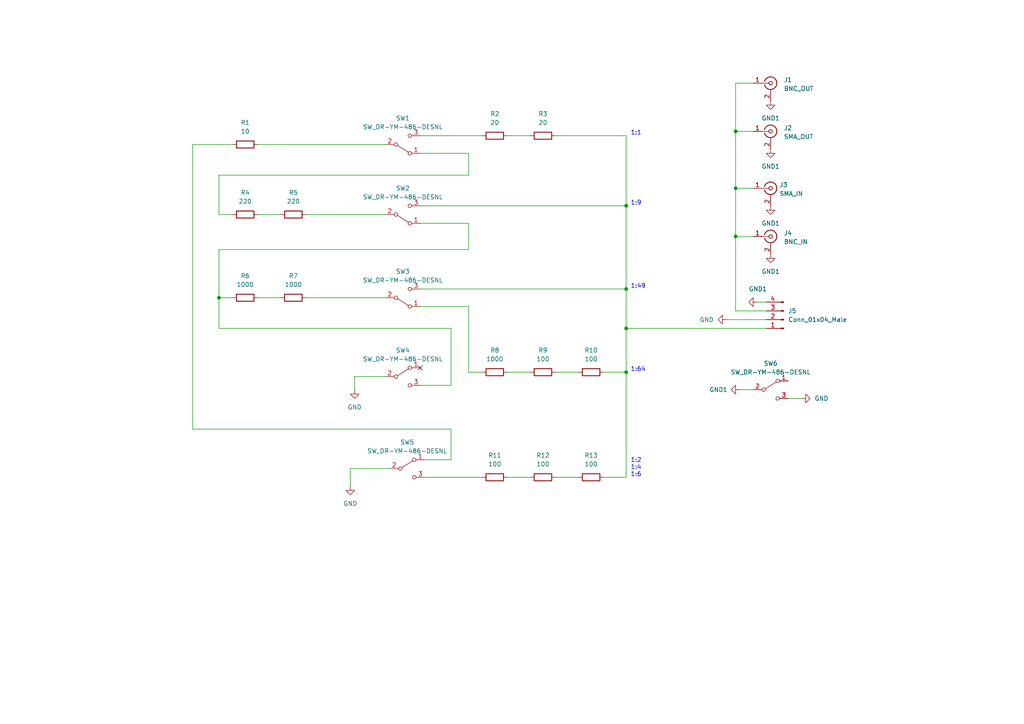
<source format=kicad_sch>
(kicad_sch (version 20211123) (generator eeschema)
  (paper "A4")
  (title_block (title "Balun Unun Tester") (date "2023-08-13") (rev "v2"))
  (lib_symbols
    (symbol "Connector:Conn_01x04_Male" (pin_names (offset 1.016) hide)
      (property "Reference" "J" (at 0 5.08 0))
      (property "Value" "Conn_01x04_Male" (at 0 -7.62 0))
      (symbol "Conn_01x04_Male_1_1"
        (polyline (pts (xy 1.27 -5.08) (xy 0.8636 -5.08)) (stroke (width 0.1524)))
        (polyline (pts (xy 1.27 -2.54) (xy 0.8636 -2.54)) (stroke (width 0.1524)))
        (polyline (pts (xy 1.27 0) (xy 0.8636 0)) (stroke (width 0.1524)))
        (polyline (pts (xy 1.27 2.54) (xy 0.8636 2.54)) (stroke (width 0.1524)))
        (rectangle (start 0.8636 -4.953) (end 0 -5.207) (stroke (width 0.1524)) (fill (type outline)))
        (rectangle (start 0.8636 -2.413) (end 0 -2.667) (stroke (width 0.1524)) (fill (type outline)))
        (rectangle (start 0.8636 0.127) (end 0 -0.127) (stroke (width 0.1524)) (fill (type outline)))
        (rectangle (start 0.8636 2.667) (end 0 2.413) (stroke (width 0.1524)) (fill (type outline)))
        (pin passive line (at 5.08 2.54 180) (length 3.81) (name "Pin_1") (number "1"))
        (pin passive line (at 5.08 0 180) (length 3.81) (name "Pin_2") (number "2"))
        (pin passive line (at 5.08 -2.54 180) (length 3.81) (name "Pin_3") (number "3"))
        (pin passive line (at 5.08 -5.08 180) (length 3.81) (name "Pin_4") (number "4"))
      )
    )
    (symbol "Connector:Conn_Coaxial" (pin_names (offset 1.016) hide)
      (property "Reference" "J" (at 0.254 3.048 0))
      (property "Value" "Conn_Coaxial" (at 2.921 0 90))
      (symbol "Conn_Coaxial_0_1"
        (arc (start -1.778 -0.508) (mid 0.222 -1.808) (end 1.778 0) (stroke (width 0.254)))
        (polyline (pts (xy -2.54 0) (xy -0.508 0)))
        (polyline (pts (xy 0 -2.54) (xy 0 -1.778)))
        (circle (center 0 0) (radius 0.508) (stroke (width 0.2032)))
        (arc (start 1.778 0) (mid 0.222 1.8083) (end -1.778 0.508) (stroke (width 0.254)))
      )
      (symbol "Conn_Coaxial_1_1"
        (pin passive line (at -5.08 0 0) (length 2.54) (name "In") (number "1"))
        (pin passive line (at 0 -5.08 90) (length 2.54) (name "Ext") (number "2"))
      )
    )
    (symbol "Device:R" (pin_numbers hide) (pin_names (offset 0))
      (property "Reference" "R" (at 2.032 0 90))
      (property "Value" "R" (at 0 0 90))
      (symbol "R_0_1"
        (rectangle (start -1.016 -2.54) (end 1.016 2.54) (stroke (width 0.254)))
      )
      (symbol "R_1_1"
        (pin passive line (at 0 3.81 270) (length 1.27) (name "~") (number "1"))
        (pin passive line (at 0 -3.81 90) (length 1.27) (name "~") (number "2"))
      )
    )
    (symbol "SW_DR-YM-486-DESNL_1" (pin_names (offset 0) hide)
      (property "Reference" "SW" (at 0 4.318 0))
      (property "Value" "SW_DR-YM-486-DESNL_1" (at 0 -5.08 0))
      (symbol "SW_DR-YM-486-DESNL_1_0_0"
        (circle (center -2.032 0) (radius 0.508))
        (circle (center 2.032 -2.54) (radius 0.508))
      )
      (symbol "SW_DR-YM-486-DESNL_1_0_1"
        (polyline (pts (xy -1.524 0.254) (xy 1.651 2.286)))
        (circle (center 2.032 2.54) (radius 0.508))
      )
      (symbol "SW_DR-YM-486-DESNL_1_1_1"
        (pin passive line (at 5.08 2.54 180) (length 2.54) (name "A") (number "1"))
        (pin passive line (at -5.08 0 0) (length 2.54) (name "B") (number "2"))
        (pin passive line (at 5.08 -2.54 180) (length 2.54) (name "C") (number "3"))
      )
    )
    (symbol "power:GND" (power) (pin_names (offset 0))
      (property "Value" "GND" (at 0 -3.81 0))
      (symbol "GND_0_1"
        (polyline (pts (xy 0 0) (xy 0 -1.27) (xy 1.27 -1.27) (xy 0 -2.54) (xy -1.27 -1.27) (xy 0 -1.27)))
      )
      (symbol "GND_1_1"
        (pin power_in line (at 0 0 270) (length 0) hide (name "GND") (number "1"))
      )
    )
    (symbol "power:GND1" (power) (pin_names (offset 0))
      (property "Value" "GND1" (at 0 -3.81 0))
      (symbol "GND1_0_1"
        (polyline (pts (xy 0 0) (xy 0 -1.27) (xy 1.27 -1.27) (xy 0 -2.54) (xy -1.27 -1.27) (xy 0 -1.27)))
      )
      (symbol "GND1_1_1"
        (pin power_in line (at 0 0 270) (length 0) hide (name "GND1") (number "1"))
      )
    )
  )
  (junction (at 213.36 68.58))
  (junction (at 63.5 86.36))
  (junction (at 181.61 107.95))
  (junction (at 213.36 54.61))
  (junction (at 181.61 59.69))
  (junction (at 181.61 83.82))
  (junction (at 213.36 38.1))
  (junction (at 181.61 95.25))
  (no_connect (at 121.92 106.68))
  (wire (pts (xy 135.89 64.77) (xy 135.89 72.39)))
  (wire (pts (xy 121.92 88.9) (xy 135.89 88.9)))
  (wire (pts (xy 181.61 39.37) (xy 161.29 39.37)))
  (wire (pts (xy 101.6 140.97) (xy 101.6 135.89)))
  (wire (pts (xy 135.89 44.45) (xy 121.92 44.45)))
  (wire (pts (xy 218.44 68.58) (xy 213.36 68.58)))
  (wire (pts (xy 147.32 39.37) (xy 153.67 39.37)))
  (wire (pts (xy 63.5 72.39) (xy 63.5 86.36)))
  (wire (pts (xy 181.61 39.37) (xy 181.61 59.69)))
  (wire (pts (xy 135.89 72.39) (xy 63.5 72.39)))
  (wire (pts (xy 219.71 87.63) (xy 222.25 87.63)))
  (wire (pts (xy 130.81 111.76) (xy 130.81 95.25)))
  (wire (pts (xy 130.81 133.35) (xy 130.81 124.46)))
  (wire (pts (xy 228.6 115.57) (xy 232.41 115.57)))
  (wire (pts (xy 67.31 62.23) (xy 63.5 62.23)))
  (wire (pts (xy 111.76 109.22) (xy 102.87 109.22)))
  (wire (pts (xy 121.92 59.69) (xy 181.61 59.69)))
  (wire (pts (xy 63.5 62.23) (xy 63.5 50.8)))
  (wire (pts (xy 123.19 138.43) (xy 139.7 138.43)))
  (wire (pts (xy 63.5 86.36) (xy 63.5 95.25)))
  (wire (pts (xy 63.5 50.8) (xy 135.89 50.8)))
  (wire (pts (xy 135.89 50.8) (xy 135.89 44.45)))
  (wire (pts (xy 181.61 95.25) (xy 222.25 95.25)))
  (wire (pts (xy 55.88 41.91) (xy 55.88 124.46)))
  (wire (pts (xy 222.25 90.17) (xy 213.36 90.17)))
  (wire (pts (xy 135.89 107.95) (xy 139.7 107.95)))
  (wire (pts (xy 181.61 95.25) (xy 181.61 107.95)))
  (wire (pts (xy 161.29 138.43) (xy 167.64 138.43)))
  (wire (pts (xy 121.92 64.77) (xy 135.89 64.77)))
  (wire (pts (xy 130.81 95.25) (xy 63.5 95.25)))
  (wire (pts (xy 213.36 54.61) (xy 218.44 54.61)))
  (wire (pts (xy 181.61 59.69) (xy 181.61 83.82)))
  (wire (pts (xy 74.93 86.36) (xy 81.28 86.36)))
  (wire (pts (xy 121.92 39.37) (xy 139.7 39.37)))
  (wire (pts (xy 218.44 24.13) (xy 213.36 24.13)))
  (wire (pts (xy 102.87 109.22) (xy 102.87 113.03)))
  (wire (pts (xy 147.32 107.95) (xy 153.67 107.95)))
  (wire (pts (xy 130.81 133.35) (xy 123.19 133.35)))
  (wire (pts (xy 101.6 135.89) (xy 113.03 135.89)))
  (wire (pts (xy 130.81 124.46) (xy 55.88 124.46)))
  (wire (pts (xy 181.61 83.82) (xy 181.61 95.25)))
  (wire (pts (xy 213.36 68.58) (xy 213.36 54.61)))
  (wire (pts (xy 121.92 111.76) (xy 130.81 111.76)))
  (wire (pts (xy 175.26 138.43) (xy 181.61 138.43)))
  (wire (pts (xy 181.61 107.95) (xy 181.61 138.43)))
  (wire (pts (xy 147.32 138.43) (xy 153.67 138.43)))
  (wire (pts (xy 213.36 38.1) (xy 213.36 54.61)))
  (wire (pts (xy 210.82 92.71) (xy 222.25 92.71)))
  (wire (pts (xy 175.26 107.95) (xy 181.61 107.95)))
  (wire (pts (xy 74.93 41.91) (xy 111.76 41.91)))
  (wire (pts (xy 67.31 41.91) (xy 55.88 41.91)))
  (wire (pts (xy 121.92 83.82) (xy 181.61 83.82)))
  (wire (pts (xy 135.89 88.9) (xy 135.89 107.95)))
  (wire (pts (xy 63.5 86.36) (xy 67.31 86.36)))
  (wire (pts (xy 213.36 90.17) (xy 213.36 68.58)))
  (wire (pts (xy 161.29 107.95) (xy 167.64 107.95)))
  (wire (pts (xy 88.9 62.23) (xy 111.76 62.23)))
  (wire (pts (xy 214.63 113.03) (xy 218.44 113.03)))
  (wire (pts (xy 88.9 86.36) (xy 111.76 86.36)))
  (wire (pts (xy 74.93 62.23) (xy 81.28 62.23)))
  (wire (pts (xy 213.36 24.13) (xy 213.36 38.1)))
  (wire (pts (xy 218.44 38.1) (xy 213.36 38.1)))
  (text "1:64" (at 182.88 107.95 0) (effects (font (size 1.27 1.27)) (justify left bottom)))
  (text "1:49" (at 182.88 83.82 0) (effects (font (size 1.27 1.27)) (justify left bottom)))
  (text "1:9" (at 182.88 59.69 0) (effects (font (size 1.27 1.27)) (justify left bottom)))
  (text "1:1" (at 182.88 39.37 0) (effects (font (size 1.27 1.27)) (justify left bottom)))
  (text "1:2\n1:4\n1:6" (at 182.88 138.43 0) (effects (font (size 1.27 1.27)) (justify left bottom)))
  (symbol (lib_id "Device:R") (at 171.45 107.95 90) (unit 1)
    (property "Reference" "R10" (at 171.45 101.6 90))
    (property "Value" "100" (at 171.45 104.14 90))
    (property "Footprint" "Resistor_THT:R_Axial_DIN0414_L11.9mm_D4.5mm_P15.24mm_Horizontal" (effects hide))
  )
  (symbol (lib_id "Device:R") (at 171.45 138.43 90) (unit 1)
    (property "Reference" "R13" (at 171.45 132.08 90))
    (property "Value" "100" (at 171.45 134.62 90))
    (property "Footprint" "Resistor_THT:R_Axial_DIN0414_L11.9mm_D4.5mm_P15.24mm_Horizontal" (effects hide))
  )
  (symbol (lib_id "Device:R") (at 143.51 39.37 270) (unit 1)
    (property "Reference" "R2" (at 143.51 33.02 90))
    (property "Value" "20" (at 143.51 35.56 90))
    (property "Footprint" "Resistor_THT:R_Axial_DIN0414_L11.9mm_D4.5mm_P15.24mm_Horizontal" (effects hide))
  )
  (symbol (lib_id "Connector:Conn_01x04_Male") (at 227.33 92.71 180) (unit 1)
    (property "Reference" "J5" (at 228.6 90.1699 0) (effects (justify right)))
    (property "Value" "Conn_01x04_Male" (at 228.6 92.7099 0) (effects (justify right)))
    (property "Footprint" "Connector_PinHeader_2.54mm:PinHeader_1x04_P2.54mm_Horizontal" (effects hide))
  )
  (symbol (lib_id "power:GND1") (at 223.52 59.69 0) (unit 1)
    (property "Reference" "#PWR0107" (effects hide))
    (property "Value" "GND1" (at 223.52 64.77 0))
  )
  (symbol (lib_id "Device:R") (at 157.48 39.37 90) (unit 1)
    (property "Reference" "R3" (at 157.48 33.02 90))
    (property "Value" "20" (at 157.48 35.56 90))
    (property "Footprint" "Resistor_THT:R_Axial_DIN0414_L11.9mm_D4.5mm_P15.24mm_Horizontal" (effects hide))
  )
  (symbol (lib_id "Connector:Conn_Coaxial") (at 223.52 68.58 0) (unit 1)
    (property "Reference" "J4" (at 227.33 67.6031 0) (effects (justify left)))
    (property "Value" "BNC_IN" (at 227.33 70.1431 0) (effects (justify left)))
    (property "Footprint" "Connector_Coaxial:BNC_Amphenol_B6252HB-NPP3G-50_Horizontal" (effects hide))
    (property "Datasheet" " ~" (effects hide))
  )
  (symbol (lib_name "SW_DR-YM-486-DESNL_1") (lib_id "Switch:SW_DR-YM-486-DESNL") (at 116.84 86.36 0) (mirror x) (unit 1)
    (property "Reference" "SW3" (at 116.84 78.74 0))
    (property "Value" "SW_DR-YM-486-DESNL" (at 116.84 81.28 0))
    (property "Footprint" "Button_Switch_THT:SW_DR-YM-486-DESNL" (effects hide))
  )
  (symbol (lib_id "power:GND1") (at 223.52 43.18 0) (unit 1)
    (property "Reference" "#PWR0101" (effects hide))
    (property "Value" "GND1" (at 223.52 48.26 0))
  )
  (symbol (lib_id "power:GND1") (at 214.63 113.03 270) (unit 1)
    (property "Reference" "#PWR0110" (effects hide))
    (property "Value" "GND1" (at 205.74 113.03 90) (effects (justify left)))
  )
  (symbol (lib_id "Device:R") (at 157.48 107.95 90) (unit 1)
    (property "Reference" "R9" (at 157.48 101.6 90))
    (property "Value" "100" (at 157.48 104.14 90))
    (property "Footprint" "Resistor_THT:R_Axial_DIN0414_L11.9mm_D4.5mm_P15.24mm_Horizontal" (effects hide))
  )
  (symbol (lib_id "Connector:Conn_Coaxial") (at 223.52 24.13 0) (unit 1)
    (property "Reference" "J1" (at 227.33 23.1531 0) (effects (justify left)))
    (property "Value" "BNC_OUT" (at 227.33 25.6931 0) (effects (justify left)))
    (property "Footprint" "Connector_Coaxial:BNC_Amphenol_B6252HB-NPP3G-50_Horizontal" (effects hide))
    (property "Datasheet" " ~" (effects hide))
  )
  (symbol (lib_id "Device:R") (at 71.12 41.91 90) (unit 1)
    (property "Reference" "R1" (at 71.12 35.56 90))
    (property "Value" "10" (at 71.12 38.1 90))
    (property "Footprint" "Resistor_THT:R_Axial_DIN0414_L11.9mm_D4.5mm_P15.24mm_Horizontal" (effects hide))
  )
  (symbol (lib_id "Device:R") (at 85.09 86.36 90) (unit 1)
    (property "Reference" "R7" (at 85.09 80.01 90))
    (property "Value" "1000" (at 85.09 82.55 90))
    (property "Footprint" "Resistor_THT:R_Axial_DIN0414_L11.9mm_D4.5mm_P15.24mm_Horizontal" (effects hide))
  )
  (symbol (lib_id "Device:R") (at 71.12 62.23 270) (unit 1)
    (property "Reference" "R4" (at 71.12 55.88 90))
    (property "Value" "220" (at 71.12 58.42 90))
    (property "Footprint" "Resistor_THT:R_Axial_DIN0414_L11.9mm_D4.5mm_P15.24mm_Horizontal" (effects hide))
  )
  (symbol (lib_name "SW_DR-YM-486-DESNL_1") (lib_id "Switch:SW_DR-YM-486-DESNL") (at 118.11 135.89 0) (unit 1)
    (property "Reference" "SW5" (at 118.11 128.27 0))
    (property "Value" "SW_DR-YM-486-DESNL" (at 118.11 130.81 0))
    (property "Footprint" "Button_Switch_THT:SW_DR-YM-486-DESNL" (effects hide))
  )
  (symbol (lib_id "power:GND") (at 102.87 113.03 0) (unit 1)
    (property "Reference" "#PWR0102" (effects hide))
    (property "Value" "GND" (at 102.87 118.11 0))
  )
  (symbol (lib_id "power:GND1") (at 219.71 87.63 270) (unit 1)
    (property "Reference" "#PWR0105" (effects hide))
    (property "Value" "GND1" (at 217.17 83.82 90) (effects (justify left)))
  )
  (symbol (lib_id "Device:R") (at 85.09 62.23 90) (unit 1)
    (property "Reference" "R5" (at 85.09 55.88 90))
    (property "Value" "220" (at 85.09 58.42 90))
    (property "Footprint" "Resistor_THT:R_Axial_DIN0414_L11.9mm_D4.5mm_P15.24mm_Horizontal" (effects hide))
  )
  (symbol (lib_name "SW_DR-YM-486-DESNL_1") (lib_id "Switch:SW_DR-YM-486-DESNL") (at 223.52 113.03 0) (unit 1)
    (property "Reference" "SW6" (at 223.52 105.41 0))
    (property "Value" "SW_DR-YM-486-DESNL" (at 223.52 107.95 0))
    (property "Footprint" "Button_Switch_THT:SW_DR-YM-486-DESNL" (effects hide))
  )
  (symbol (lib_id "Device:R") (at 143.51 107.95 90) (unit 1)
    (property "Reference" "R8" (at 143.51 101.6 90))
    (property "Value" "1000" (at 143.51 104.14 90))
    (property "Footprint" "Resistor_THT:R_Axial_DIN0414_L11.9mm_D4.5mm_P15.24mm_Horizontal" (effects hide))
  )
  (symbol (lib_id "Connector:Conn_Coaxial") (at 223.52 54.61 0) (unit 1)
    (property "Reference" "J3" (at 226.06 53.6331 0) (effects (justify left)))
    (property "Value" "SMA_IN" (at 226.06 56.1731 0) (effects (justify left)))
    (property "Footprint" "Connector_Coaxial:SMA_Molex_73251-2200_Horizontal_neu" (effects hide))
    (property "Datasheet" " ~" (effects hide))
  )
  (symbol (lib_id "power:GND") (at 210.82 92.71 270) (unit 1)
    (property "Reference" "#PWR0106" (effects hide))
    (property "Value" "GND" (at 207.01 92.7099 90) (effects (justify right)))
  )
  (symbol (lib_id "Connector:Conn_Coaxial") (at 223.52 38.1 0) (unit 1)
    (property "Reference" "J2" (at 227.33 37.1231 0) (effects (justify left)))
    (property "Value" "SMA_OUT" (at 227.33 39.6631 0) (effects (justify left)))
    (property "Footprint" "Connector_Coaxial:SMA_Molex_73251-2200_Horizontal_neu" (effects hide))
    (property "Datasheet" " ~" (effects hide))
  )
  (symbol (lib_name "SW_DR-YM-486-DESNL_1") (lib_id "Switch:SW_DR-YM-486-DESNL") (at 116.84 62.23 0) (mirror x) (unit 1)
    (property "Reference" "SW2" (at 116.84 54.61 0))
    (property "Value" "SW_DR-YM-486-DESNL" (at 116.84 57.15 0))
    (property "Footprint" "Button_Switch_THT:SW_DR-YM-486-DESNL" (effects hide))
  )
  (symbol (lib_id "power:GND1") (at 223.52 29.21 0) (unit 1)
    (property "Reference" "#PWR0104" (effects hide))
    (property "Value" "GND1" (at 223.52 34.29 0))
  )
  (symbol (lib_id "Device:R") (at 157.48 138.43 90) (unit 1)
    (property "Reference" "R12" (at 157.48 132.08 90))
    (property "Value" "100" (at 157.48 134.62 90))
    (property "Footprint" "Resistor_THT:R_Axial_DIN0414_L11.9mm_D4.5mm_P15.24mm_Horizontal" (effects hide))
  )
  (symbol (lib_id "power:GND1") (at 223.52 73.66 0) (unit 1)
    (property "Reference" "#PWR0108" (effects hide))
    (property "Value" "GND1" (at 223.52 78.74 0))
  )
  (symbol (lib_name "SW_DR-YM-486-DESNL_1") (lib_id "Switch:SW_DR-YM-486-DESNL") (at 116.84 109.22 0) (unit 1)
    (property "Reference" "SW4" (at 116.84 101.6 0))
    (property "Value" "SW_DR-YM-486-DESNL" (at 116.84 104.14 0))
    (property "Footprint" "Button_Switch_THT:SW_DR-YM-486-DESNL" (effects hide))
  )
  (symbol (lib_name "SW_DR-YM-486-DESNL_1") (lib_id "Switch:SW_DR-YM-486-DESNL") (at 116.84 41.91 0) (mirror x) (unit 1)
    (property "Reference" "SW1" (at 116.84 34.29 0))
    (property "Value" "SW_DR-YM-486-DESNL" (at 116.84 36.83 0))
    (property "Footprint" "Button_Switch_THT:SW_DR-YM-486-DESNL" (effects hide))
  )
  (symbol (lib_id "Device:R") (at 71.12 86.36 270) (unit 1)
    (property "Reference" "R6" (at 71.12 80.01 90))
    (property "Value" "1000" (at 71.12 82.55 90))
    (property "Footprint" "Resistor_THT:R_Axial_DIN0414_L11.9mm_D4.5mm_P15.24mm_Horizontal" (effects hide))
  )
  (symbol (lib_id "Device:R") (at 143.51 138.43 90) (unit 1)
    (property "Reference" "R11" (at 143.51 132.08 90))
    (property "Value" "100" (at 143.51 134.62 90))
    (property "Footprint" "Resistor_THT:R_Axial_DIN0414_L11.9mm_D4.5mm_P15.24mm_Horizontal" (effects hide))
  )
  (symbol (lib_id "power:GND") (at 101.6 140.97 0) (unit 1)
    (property "Reference" "#PWR0103" (effects hide))
    (property "Value" "GND" (at 101.6 146.05 0))
  )
  (symbol (lib_id "power:GND") (at 232.41 115.57 90) (unit 1)
    (property "Reference" "#PWR0109" (effects hide))
    (property "Value" "GND" (at 236.22 115.5699 90) (effects (justify right)))
  )
)
</source>
